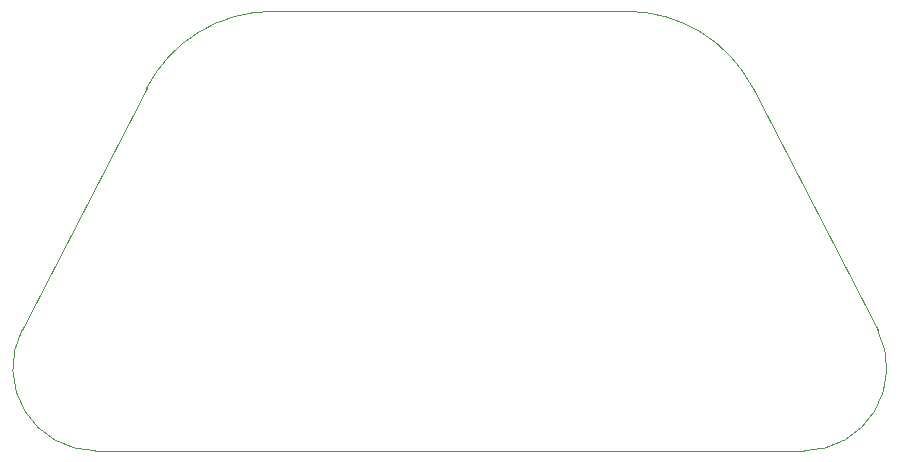
<source format=gbr>
%TF.GenerationSoftware,KiCad,Pcbnew,7.0.1*%
%TF.CreationDate,2023-04-26T19:42:46-04:00*%
%TF.ProjectId,maynuo_banana_adapter,6d61796e-756f-45f6-9261-6e616e615f61,rev?*%
%TF.SameCoordinates,PX5d07eb0PY4aa0010*%
%TF.FileFunction,Profile,NP*%
%FSLAX46Y46*%
G04 Gerber Fmt 4.6, Leading zero omitted, Abs format (unit mm)*
G04 Created by KiCad (PCBNEW 7.0.1) date 2023-04-26 19:42:46*
%MOMM*%
%LPD*%
G01*
G04 APERTURE LIST*
%TA.AperFunction,Profile*%
%ADD10C,0.050000*%
%TD*%
G04 APERTURE END LIST*
D10*
X22975000Y-1000000D02*
G75*
G03*
X12307260Y-7504610I0J-11999999D01*
G01*
X12307260Y-7504610D02*
X1752151Y-27994356D01*
X22975000Y-1000000D02*
X52975000Y-1000000D01*
X63642740Y-7504610D02*
G75*
G03*
X52975000Y-1000001I-10667740J-5495391D01*
G01*
X63642740Y-7504610D02*
X74197849Y-27994356D01*
X67975000Y-38200000D02*
G75*
G03*
X74197849Y-27994356I0J7000000D01*
G01*
X7975000Y-38200000D02*
X67975000Y-38200000D01*
X1752151Y-27994356D02*
G75*
G03*
X7975001Y-38200000I6222849J-3205644D01*
G01*
M02*

</source>
